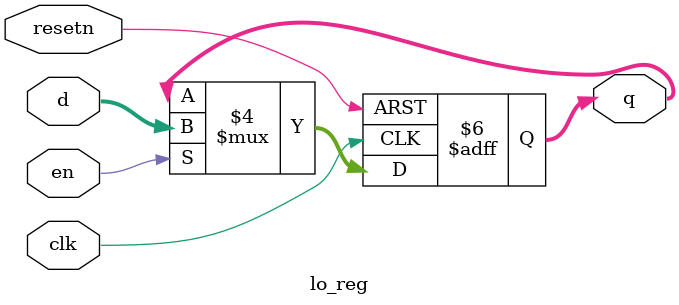
<source format=v>
/****************************************************************************
          Generic Register
****************************************************************************/
module lo_reg(d,clk,resetn,en,q);
parameter WIDTH=32;

input clk;
input resetn;
input en;
input [WIDTH-1:0] d;
output [WIDTH-1:0] q;
reg [WIDTH-1:0] q;

always @(posedge clk or negedge resetn)		//asynchronous reset
begin
	if (resetn==0)
		q<=0;
	else if (en==1)
		q<=d;
end

endmodule


</source>
